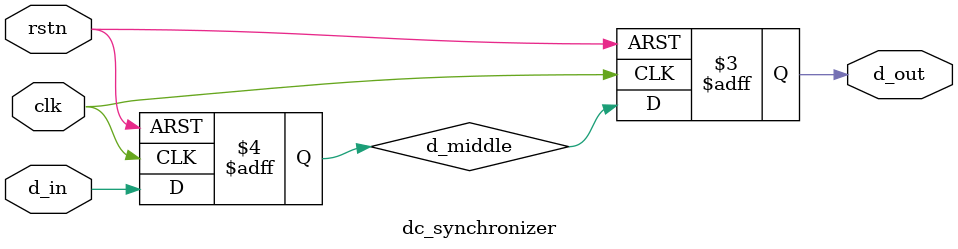
<source format=v>


module dc_synchronizer (clk, rstn, d_in, d_out);

    parameter WIDTH       = 1;
    parameter RESET_VALUE = 'h0;

    input  wire                 clk;
    input  wire                 rstn;
    input  wire [WIDTH - 1 : 0] d_in;
    output  [WIDTH - 1 : 0] d_out;

    reg [WIDTH - 1 : 0]    d_middle;
    reg [WIDTH - 1 : 0]    d_out;

    always @(posedge clk  or negedge rstn)
    begin: update_state
        if (rstn == 1'b0)
        begin
            d_middle <= RESET_VALUE;
            d_out    <= RESET_VALUE;
        end
        else
        begin
            d_middle <= d_in;
            d_out    <= d_middle;
        end
    end

endmodule

</source>
